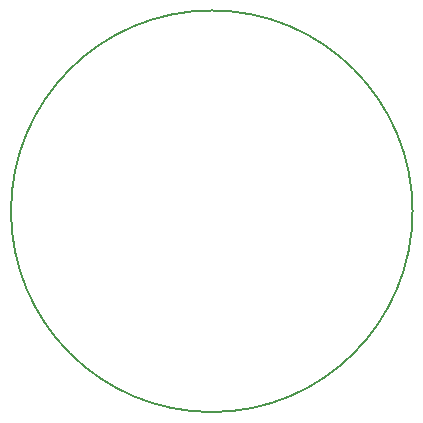
<source format=gm1>
G04 #@! TF.FileFunction,Profile,NP*
%FSLAX46Y46*%
G04 Gerber Fmt 4.6, Leading zero omitted, Abs format (unit mm)*
G04 Created by KiCad (PCBNEW 4.0.1-3.201512221402+6198~38~ubuntu14.04.1-stable) date Tue 01 Mar 2016 11:06:45 AM PST*
%MOMM*%
G01*
G04 APERTURE LIST*
%ADD10C,0.100000*%
%ADD11C,0.150000*%
G04 APERTURE END LIST*
D10*
D11*
X148500000Y-89500000D02*
G75*
G03X148500000Y-89500000I-17000000J0D01*
G01*
M02*

</source>
